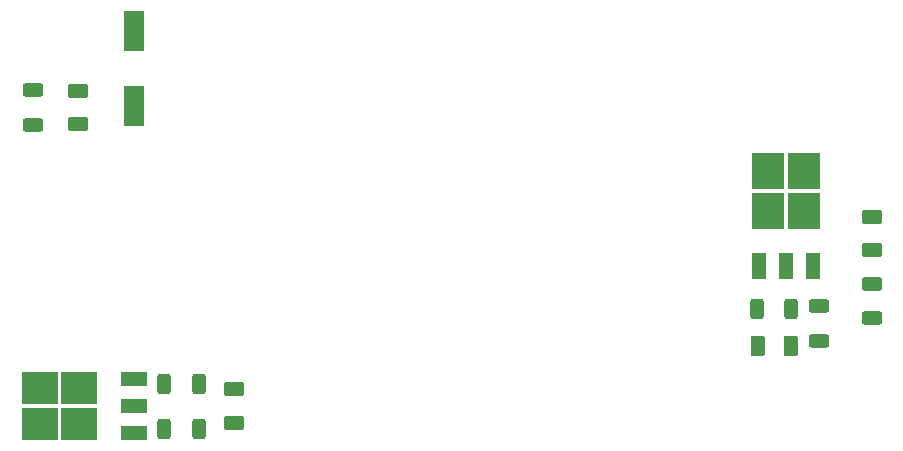
<source format=gtp>
%TF.GenerationSoftware,KiCad,Pcbnew,(6.0.4)*%
%TF.CreationDate,2023-05-16T23:09:25-04:00*%
%TF.ProjectId,PROTO_PCB,50524f54-4f5f-4504-9342-2e6b69636164,rev?*%
%TF.SameCoordinates,Original*%
%TF.FileFunction,Paste,Top*%
%TF.FilePolarity,Positive*%
%FSLAX46Y46*%
G04 Gerber Fmt 4.6, Leading zero omitted, Abs format (unit mm)*
G04 Created by KiCad (PCBNEW (6.0.4)) date 2023-05-16 23:09:25*
%MOMM*%
%LPD*%
G01*
G04 APERTURE LIST*
G04 Aperture macros list*
%AMRoundRect*
0 Rectangle with rounded corners*
0 $1 Rounding radius*
0 $2 $3 $4 $5 $6 $7 $8 $9 X,Y pos of 4 corners*
0 Add a 4 corners polygon primitive as box body*
4,1,4,$2,$3,$4,$5,$6,$7,$8,$9,$2,$3,0*
0 Add four circle primitives for the rounded corners*
1,1,$1+$1,$2,$3*
1,1,$1+$1,$4,$5*
1,1,$1+$1,$6,$7*
1,1,$1+$1,$8,$9*
0 Add four rect primitives between the rounded corners*
20,1,$1+$1,$2,$3,$4,$5,0*
20,1,$1+$1,$4,$5,$6,$7,0*
20,1,$1+$1,$6,$7,$8,$9,0*
20,1,$1+$1,$8,$9,$2,$3,0*%
G04 Aperture macros list end*
%ADD10R,1.800000X3.400000*%
%ADD11RoundRect,0.250000X-0.625000X0.375000X-0.625000X-0.375000X0.625000X-0.375000X0.625000X0.375000X0*%
%ADD12RoundRect,0.250000X0.375000X0.625000X-0.375000X0.625000X-0.375000X-0.625000X0.375000X-0.625000X0*%
%ADD13R,3.050000X2.750000*%
%ADD14R,2.200000X1.200000*%
%ADD15R,2.750000X3.050000*%
%ADD16R,1.200000X2.200000*%
%ADD17RoundRect,0.249999X0.312501X0.625001X-0.312501X0.625001X-0.312501X-0.625001X0.312501X-0.625001X0*%
%ADD18RoundRect,0.249999X-0.312501X-0.625001X0.312501X-0.625001X0.312501X0.625001X-0.312501X0.625001X0*%
%ADD19RoundRect,0.249999X0.625001X-0.312501X0.625001X0.312501X-0.625001X0.312501X-0.625001X-0.312501X0*%
%ADD20RoundRect,0.250000X0.625000X-0.375000X0.625000X0.375000X-0.625000X0.375000X-0.625000X-0.375000X0*%
%ADD21RoundRect,0.249999X-0.625001X0.312501X-0.625001X-0.312501X0.625001X-0.312501X0.625001X0.312501X0*%
G04 APERTURE END LIST*
D10*
X52832000Y-110490000D03*
X52832000Y-104140000D03*
D11*
X61341000Y-134490000D03*
X61341000Y-137290000D03*
D12*
X108461000Y-130810000D03*
X105661000Y-130810000D03*
D13*
X44866000Y-137415000D03*
X44866000Y-134365000D03*
X48216000Y-137415000D03*
X48216000Y-134365000D03*
D14*
X52841000Y-138170000D03*
X52841000Y-135890000D03*
X52841000Y-133610000D03*
D15*
X106551000Y-116030000D03*
X109601000Y-116030000D03*
X106551000Y-119380000D03*
X109601000Y-119380000D03*
D16*
X105796000Y-124005000D03*
X108076000Y-124005000D03*
X110356000Y-124005000D03*
D17*
X58358500Y-133985000D03*
X55433500Y-133985000D03*
D18*
X55433500Y-137795000D03*
X58358500Y-137795000D03*
D19*
X110871000Y-130367500D03*
X110871000Y-127442500D03*
D18*
X105598500Y-127635000D03*
X108523500Y-127635000D03*
D20*
X115316000Y-122685000D03*
X115316000Y-119885000D03*
D19*
X115316000Y-128462500D03*
X115316000Y-125537500D03*
D20*
X48133000Y-112017000D03*
X48133000Y-109217000D03*
D21*
X44323000Y-109154500D03*
X44323000Y-112079500D03*
M02*

</source>
